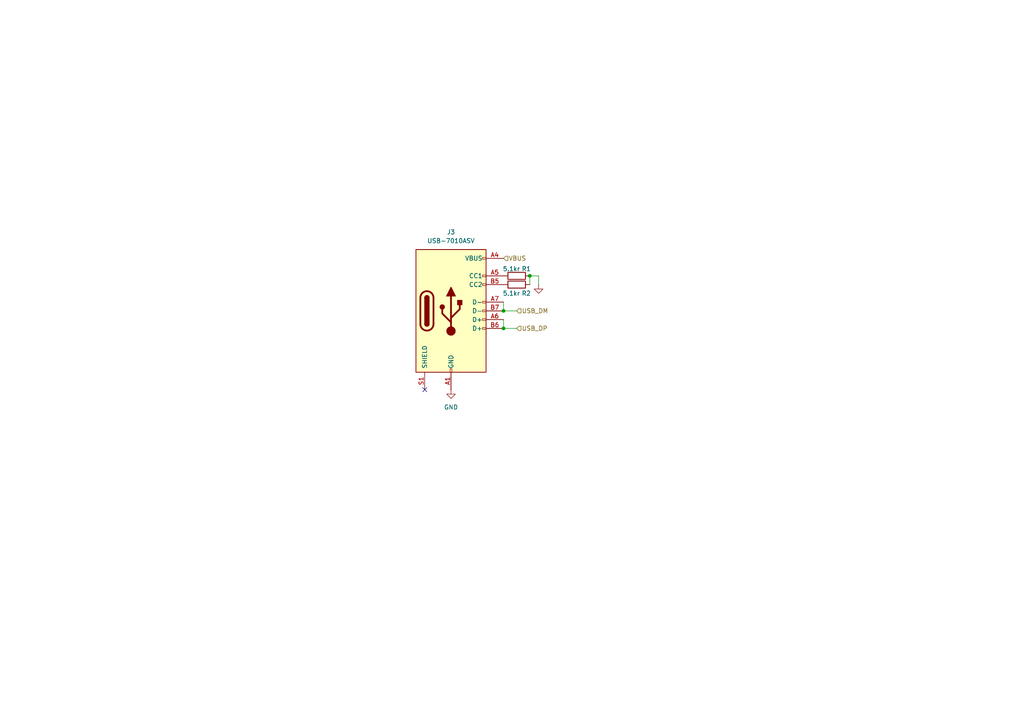
<source format=kicad_sch>
(kicad_sch (version 20250114) (generator "eeschema") (generator_version "9.0")
  (paper "A4")
  (lib_symbols
    (symbol "Connector:USB_C_Receptacle_USB2.0_14P" (pin_names (offset 1.016))
      (property "Reference" "J" (at 0 22.225 0))
      (property "Value" "USB_C_Receptacle_USB2.0_14P" (at 0 19.685 0))
      (symbol "USB_C_Receptacle_USB2.0_14P_0_0"
        (rectangle (start -0.254 -17.78) (end 0.254 -16.764))
        (rectangle (start 10.16 15.494) (end 9.144 14.986))
        (rectangle (start 10.16 10.414) (end 9.144 9.906))
        (rectangle (start 10.16 7.874) (end 9.144 7.366))
        (rectangle (start 10.16 2.794) (end 9.144 2.286))
        (rectangle (start 10.16 0.254) (end 9.144 -0.254))
        (rectangle (start 10.16 -2.286) (end 9.144 -2.794))
        (rectangle (start 10.16 -4.826) (end 9.144 -5.334))
      )
      (symbol "USB_C_Receptacle_USB2.0_14P_0_1"
        (rectangle (start -10.16 17.78) (end 10.16 -17.78) (stroke (width 0.254)) (fill (type background)))
        (polyline (pts (xy -8.89 -3.81) (xy -8.89 3.81)) (stroke (width 0.508)))
        (rectangle (start -7.62 -3.81) (end -6.35 3.81) (stroke (width 0.254)) (fill (type outline)))
        (arc (start -7.62 3.81) (mid -6.985 4.4423) (end -6.35 3.81) (stroke (width 0.254)))
        (arc (start -7.62 3.81) (mid -6.985 4.4423) (end -6.35 3.81) (stroke (width 0.254)) (fill (type outline)))
        (arc (start -8.89 3.81) (mid -6.985 5.7067) (end -5.08 3.81) (stroke (width 0.508)))
        (arc (start -5.08 -3.81) (mid -6.985 -5.7067) (end -8.89 -3.81) (stroke (width 0.508)))
        (arc (start -6.35 -3.81) (mid -6.985 -4.4423) (end -7.62 -3.81) (stroke (width 0.254)))
        (arc (start -6.35 -3.81) (mid -6.985 -4.4423) (end -7.62 -3.81) (stroke (width 0.254)) (fill (type outline)))
        (polyline (pts (xy -5.08 3.81) (xy -5.08 -3.81)) (stroke (width 0.508)))
        (circle (center -2.54 1.143) (radius 0.635) (stroke (width 0.254)) (fill (type outline)))
        (polyline (pts (xy -1.27 4.318) (xy 0 6.858) (xy 1.27 4.318) (xy -1.27 4.318)) (stroke (width 0.254)) (fill (type outline)))
        (polyline (pts (xy 0 -2.032) (xy 2.54 0.508) (xy 2.54 1.778)) (stroke (width 0.508)))
        (polyline (pts (xy 0 -3.302) (xy -2.54 -0.762) (xy -2.54 0.508)) (stroke (width 0.508)))
        (polyline (pts (xy 0 -5.842) (xy 0 4.318)) (stroke (width 0.508)))
        (circle (center 0 -5.842) (radius 1.27) (fill (type outline)))
        (rectangle (start 1.905 1.778) (end 3.175 3.048) (stroke (width 0.254)) (fill (type outline)))
      )
      (symbol "USB_C_Receptacle_USB2.0_14P_1_1"
        (pin passive line (at -7.62 -22.86 90) (length 5.08) (name "SHIELD") (number "S1"))
        (pin passive line (at 0 -22.86 90) (length 5.08) (name "GND") (number "A1"))
        (pin passive line (at 0 -22.86 90) (length 5.08) (hide yes) (name "GND") (number "A12"))
        (pin passive line (at 0 -22.86 90) (length 5.08) (hide yes) (name "GND") (number "B1"))
        (pin passive line (at 0 -22.86 90) (length 5.08) (hide yes) (name "GND") (number "B12"))
        (pin passive line (at 15.24 15.24 180) (length 5.08) (name "VBUS") (number "A4"))
        (pin passive line (at 15.24 15.24 180) (length 5.08) (hide yes) (name "VBUS") (number "A9"))
        (pin passive line (at 15.24 15.24 180) (length 5.08) (hide yes) (name "VBUS") (number "B4"))
        (pin passive line (at 15.24 15.24 180) (length 5.08) (hide yes) (name "VBUS") (number "B9"))
        (pin bidirectional line (at 15.24 10.16 180) (length 5.08) (name "CC1") (number "A5"))
        (pin bidirectional line (at 15.24 7.62 180) (length 5.08) (name "CC2") (number "B5"))
        (pin bidirectional line (at 15.24 2.54 180) (length 5.08) (name "D-") (number "A7"))
        (pin bidirectional line (at 15.24 0 180) (length 5.08) (name "D-") (number "B7"))
        (pin bidirectional line (at 15.24 -2.54 180) (length 5.08) (name "D+") (number "A6"))
        (pin bidirectional line (at 15.24 -5.08 180) (length 5.08) (name "D+") (number "B6"))
      )
    )
    (symbol "Device:R" (pin_numbers (hide yes)) (pin_names (offset 0))
      (property "Reference" "R" (at 2.032 0 90))
      (property "Value" "R" (at 0 0 90))
      (symbol "R_0_1"
        (rectangle (start -1.016 -2.54) (end 1.016 2.54) (stroke (width 0.254)))
      )
      (symbol "R_1_1"
        (pin passive line (at 0 3.81 270) (length 1.27) (name "~") (number "1"))
        (pin passive line (at 0 -3.81 90) (length 1.27) (name "~") (number "2"))
      )
    )
    (symbol "power:GND" (power) (pin_numbers (hide yes)) (pin_names (offset 0) (hide yes))
      (property "Value" "GND" (at 0 -3.81 0))
      (symbol "GND_0_1"
        (polyline (pts (xy 0 0) (xy 0 -1.27) (xy 1.27 -1.27) (xy 0 -2.54) (xy -1.27 -1.27) (xy 0 -1.27)))
      )
      (symbol "GND_1_1"
        (pin power_in line (at 0 0 270) (length 0) (name "~") (number "1"))
      )
    )
  )
  (junction (at 146.05 95.25))
  (junction (at 146.05 90.17))
  (junction (at 153.67 80.01))
  (no_connect (at 123.19 113.03))
  (wire (pts (xy 149.86 95.25) (xy 146.05 95.25)))
  (wire (pts (xy 146.05 92.71) (xy 146.05 95.25)))
  (wire (pts (xy 156.21 80.01) (xy 153.67 80.01)))
  (wire (pts (xy 146.05 90.17) (xy 149.86 90.17)))
  (wire (pts (xy 146.05 87.63) (xy 146.05 90.17)))
  (wire (pts (xy 153.67 80.01) (xy 153.67 82.55)))
  (wire (pts (xy 156.21 80.01) (xy 156.21 82.55)))
  (hierarchical_label "USB_DP" (shape input) (at 149.86 95.25 0))
  (hierarchical_label "VBUS" (shape input) (at 146.05 74.93 0))
  (hierarchical_label "USB_DM" (shape input) (at 149.86 90.17 0))
  (symbol (lib_id "power:GND") (at 130.81 113.03 0) (unit 1)
    (property "Reference" "#PWR05" (effects (hide yes)))
    (property "Value" "GND" (at 130.81 118.11 0))
    (property "Description" "Power symbol creates a global label with name \"GND\" , ground" (effects (hide yes)))
  )
  (symbol (lib_id "power:GND") (at 156.21 82.55 0) (unit 1)
    (property "Reference" "#PWR06" (effects (hide yes)))
    (property "Value" "GND" (effects (hide yes)))
    (property "Description" "Power symbol creates a global label with name \"GND\" , ground" (effects (hide yes)))
  )
  (symbol (lib_id "Connector:USB_C_Receptacle_USB2.0_14P") (at 130.81 90.17 0) (unit 1)
    (property "Reference" "J3" (at 130.81 67.31 0))
    (property "Value" "USB-7010ASV" (at 130.81 69.85 0))
    (property "Footprint" "Connector_USB:USB_C_Receptacle_G-Switch_GT-USB-7010ASV" (effects (hide yes)))
    (property "Datasheet" "https://www.usb.org/sites/default/files/documents/usb_type-c.zip" (effects (hide yes)))
    (property "Description" "USB 2.0-only 14P Type-C Receptacle connector" (effects (hide yes)))
    (property "DESCRIPTION" "USB4105-GF-A" (effects (hide yes)))
  )
  (symbol (lib_id "Device:R") (at 149.86 82.55 90) (unit 1)
    (property "Reference" "R2" (at 152.654 85.09 90))
    (property "Value" "5.1kr" (at 148.336 85.09 90))
    (property "Footprint" "Resistor_SMD:R_0402_1005Metric" (effects (hide yes)))
    (property "Description" "Resistor" (effects (hide yes)))
    (property "DESCRIPTION" "ERJ-3EKF5101V" (effects (hide yes)))
  )
  (symbol (lib_id "Device:R") (at 149.86 80.01 90) (unit 1)
    (property "Reference" "R1" (at 152.654 77.978 90))
    (property "Value" "5.1kr" (at 148.336 77.978 90))
    (property "Footprint" "Resistor_SMD:R_0402_1005Metric" (effects (hide yes)))
    (property "Description" "Resistor" (effects (hide yes)))
    (property "DESCRIPTION" "ERJ-3EKF5101V" (effects (hide yes)))
  )
)
</source>
